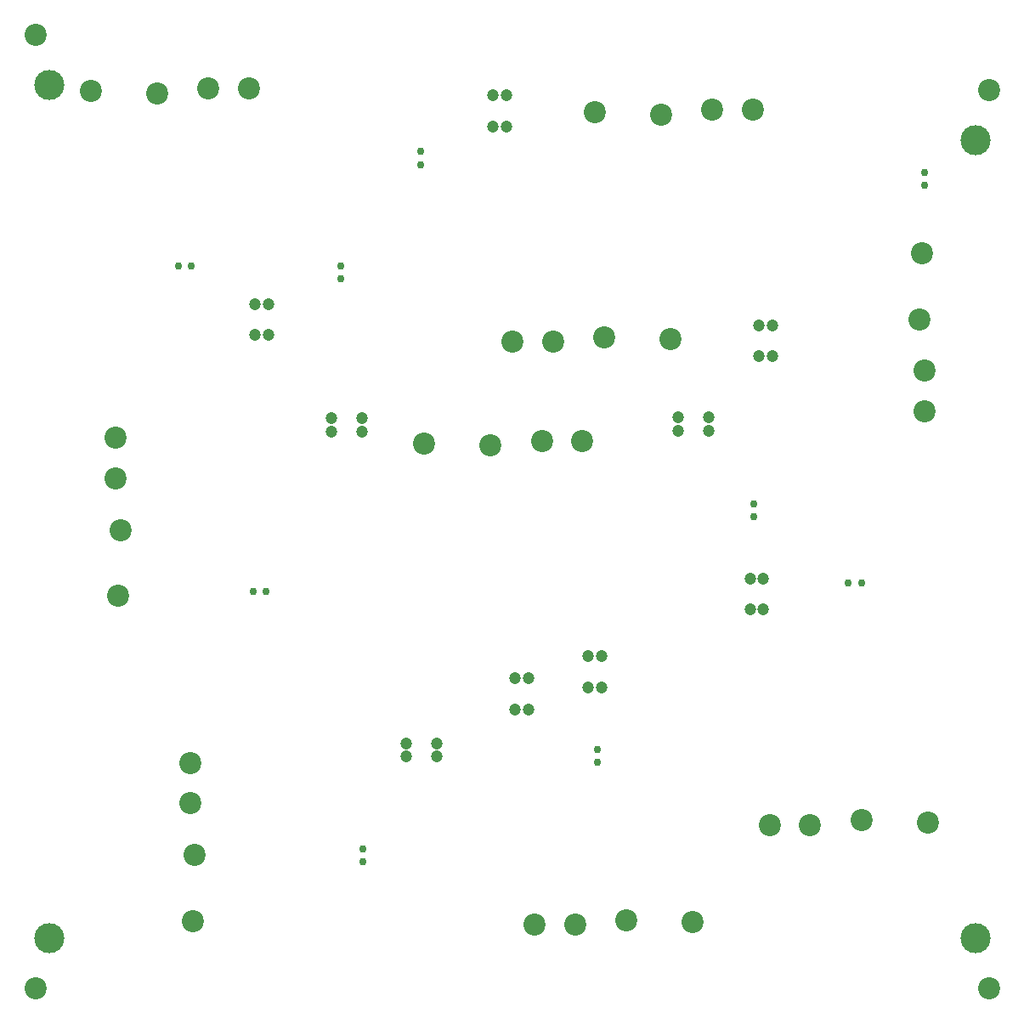
<source format=gts>
%FSLAX46Y46*%
%MOMM*%
%AMPS13*
1,1,1.200000,0.000000,0.000000*
%
%ADD13PS13*%
%AMPS19*
1,1,1.200000,0.000000,0.000000*
%
%ADD19PS19*%
%AMPS16*
1,1,1.200000,0.000000,0.000000*
%
%ADD16PS16*%
%AMPS22*
1,1,1.200000,0.000000,0.000000*
%
%ADD22PS22*%
%AMPS12*
1,1,2.200000,0.000000,0.000000*
%
%ADD12PS12*%
%AMPS18*
1,1,2.200000,0.000000,0.000000*
%
%ADD18PS18*%
%AMPS15*
1,1,2.200000,0.000000,0.000000*
%
%ADD15PS15*%
%AMPS21*
1,1,2.200000,0.000000,0.000000*
%
%ADD21PS21*%
%AMPS14*
1,1,0.750000,0.000000,0.000000*
%
%ADD14PS14*%
%AMPS20*
1,1,0.750000,0.000000,0.000000*
%
%ADD20PS20*%
%AMPS17*
1,1,0.750000,0.000000,0.000000*
%
%ADD17PS17*%
%AMPS23*
1,1,0.750000,0.000000,0.000000*
%
%ADD23PS23*%
%AMPS10*
1,1,2.200000,0.000000,0.000000*
%
%ADD10PS10*%
%AMPS11*
1,1,3.000000,0.000000,0.000000*
%
%ADD11PS11*%
G01*
%LPD*%
G01*
%LPD*%
G75*
D10*
X2500000Y97500000D03*
D10*
X2500000Y2500000D03*
D10*
X97500000Y2500000D03*
D10*
X97500000Y92000000D03*
D11*
X3850000Y7500000D03*
D11*
X96150000Y7500000D03*
D11*
X3850000Y92500000D03*
D11*
X96150000Y87000000D03*
D12*
X73950000Y90050000D03*
D13*
X75900000Y65500000D03*
D13*
X74600000Y65500000D03*
D12*
X69950000Y90050000D03*
D13*
X74600000Y68600000D03*
D12*
X64800000Y89600000D03*
D12*
X58200000Y89800000D03*
D13*
X75900000Y68600000D03*
D14*
X91100000Y83800000D03*
D14*
X91100000Y82500000D03*
D12*
X23750000Y92150000D03*
D13*
X25700000Y67600000D03*
D13*
X24400000Y67600000D03*
D12*
X19750000Y92150000D03*
D13*
X24400000Y70700000D03*
D12*
X14600000Y91700000D03*
D12*
X8000000Y91900000D03*
D13*
X25700000Y70700000D03*
D14*
X40900000Y85900000D03*
D14*
X40900000Y84600000D03*
D15*
X75647367Y18797127D03*
D16*
X73697367Y43347127D03*
D16*
X74997367Y43347127D03*
D15*
X79647367Y18797127D03*
D16*
X74997367Y40247127D03*
D15*
X84797367Y19247127D03*
D15*
X91397367Y19047127D03*
D16*
X73697367Y40247127D03*
D17*
X58497367Y25047127D03*
D17*
X58497367Y26347127D03*
D18*
X10500000Y57350000D03*
D19*
X35050000Y59300000D03*
D19*
X35050000Y58000000D03*
D18*
X10500000Y53350000D03*
D19*
X31950000Y58000000D03*
D18*
X10950000Y48200000D03*
D18*
X10750000Y41600000D03*
D19*
X31950000Y59300000D03*
D20*
X16750000Y74500000D03*
D20*
X18050000Y74500000D03*
D18*
X17950000Y24950000D03*
D19*
X42500000Y26900000D03*
D19*
X42500000Y25600000D03*
D18*
X17950000Y20950000D03*
D19*
X39400000Y25600000D03*
D18*
X18400000Y15800000D03*
D18*
X18200000Y9200000D03*
D19*
X39400000Y26900000D03*
D20*
X24200000Y42100000D03*
D20*
X25500000Y42100000D03*
D12*
X56950000Y57050000D03*
D13*
X58900000Y32500000D03*
D13*
X57600000Y32500000D03*
D12*
X52950000Y57050000D03*
D13*
X57600000Y35600000D03*
D12*
X47800000Y56600000D03*
D12*
X41200000Y56800000D03*
D13*
X58900000Y35600000D03*
D14*
X74100000Y50800000D03*
D14*
X74100000Y49500000D03*
D21*
X91050000Y60050000D03*
D22*
X66500000Y58100000D03*
D22*
X66500000Y59400000D03*
D21*
X91050000Y64050000D03*
D22*
X69600000Y59400000D03*
D21*
X90600000Y69200000D03*
D21*
X90800000Y75800000D03*
D22*
X69600000Y58100000D03*
D23*
X84800000Y42900000D03*
D23*
X83500000Y42900000D03*
D15*
X52250000Y8850000D03*
D16*
X50300000Y33400000D03*
D16*
X51600000Y33400000D03*
D15*
X56250000Y8850000D03*
D16*
X51600000Y30300000D03*
D15*
X61400000Y9300000D03*
D15*
X68000000Y9100000D03*
D16*
X50300000Y30300000D03*
D17*
X35100000Y15100000D03*
D17*
X35100000Y16400000D03*
D15*
X50050000Y66950000D03*
D16*
X48100000Y91500000D03*
D16*
X49400000Y91500000D03*
D15*
X54050000Y66950000D03*
D16*
X49400000Y88400000D03*
D15*
X59200000Y67400000D03*
D15*
X65800000Y67200000D03*
D16*
X48100000Y88400000D03*
D17*
X32900000Y73200000D03*
D17*
X32900000Y74500000D03*
M02*

</source>
